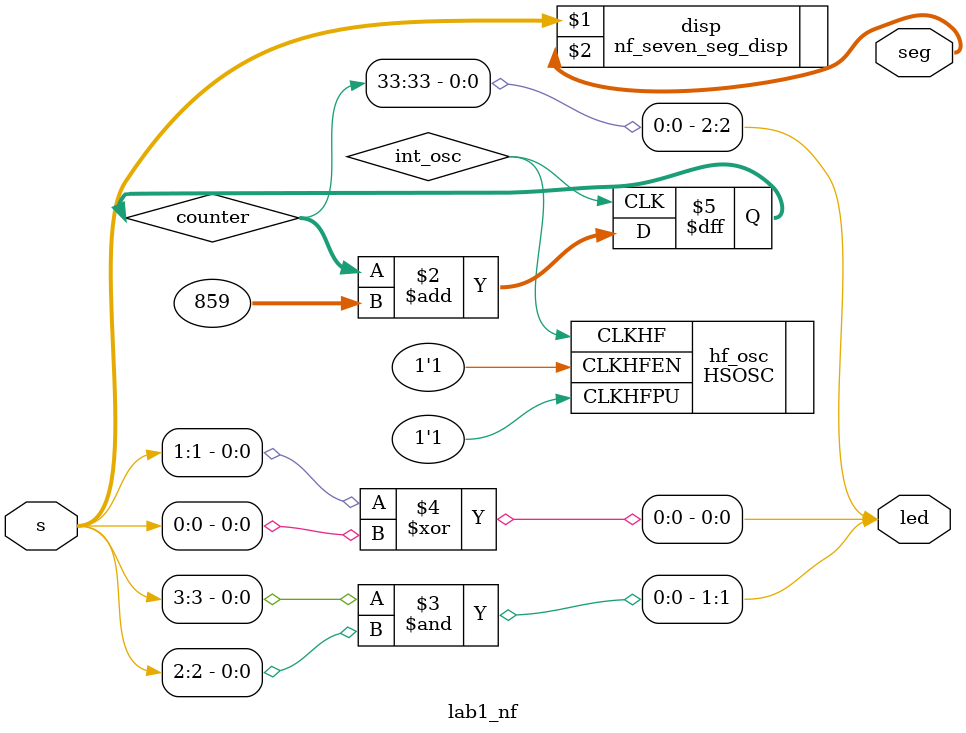
<source format=sv>
module lab1_nf(
			input logic [3:0]s,
			output logic [2:0]led,
			output logic [6:0]seg);
	
   logic [33:0] counter;    // Counter

   	// Internal high-speed oscillator
   	logic int_osc;
	HSOSC #(.CLKHF_DIV(2'b00)) 
    hf_osc (.CLKHFPU(1'b1), .CLKHFEN(1'b1), .CLKHF(int_osc));
	
   always_ff @(posedge int_osc) begin
		counter <= counter + 859;
   end
   // Assign LED output
   assign led[2] = counter[33];
   assign led[1] = s[3] & s[2];
   assign led[0] = s[1] ^ s[0];
   
   nf_seven_seg_disp disp(s,seg); 
endmodule 
		   
		   
</source>
